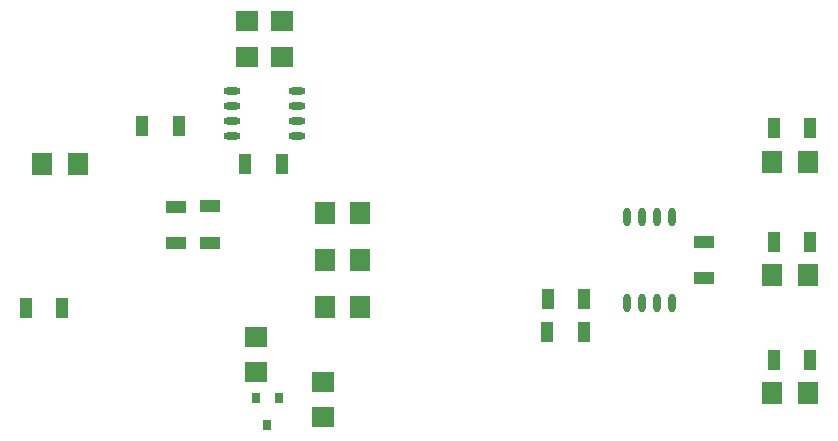
<source format=gbp>
G04*
G04 #@! TF.GenerationSoftware,Altium Limited,Altium Designer,23.1.1 (15)*
G04*
G04 Layer_Color=128*
%FSLAX44Y44*%
%MOMM*%
G71*
G04*
G04 #@! TF.SameCoordinates,9F4D0ECE-2CF4-41AA-81F9-B76AE3B11C26*
G04*
G04*
G04 #@! TF.FilePolarity,Positive*
G04*
G01*
G75*
%ADD19R,1.0000X1.8000*%
%ADD21R,1.8000X1.8400*%
%ADD56R,1.8400X1.8000*%
%ADD57O,1.4500X0.6000*%
%ADD58R,0.6500X0.9500*%
%ADD59R,1.8000X1.0000*%
%ADD60O,0.6000X1.5500*%
D19*
X322000Y427500D02*
D03*
X291000D02*
D03*
X476500Y549000D02*
D03*
X507500D02*
D03*
X732750Y435000D02*
D03*
X763750D02*
D03*
X732500Y406500D02*
D03*
X763500D02*
D03*
X924000Y383000D02*
D03*
X955000D02*
D03*
X924000Y483000D02*
D03*
X955000D02*
D03*
X924000Y580000D02*
D03*
X955000D02*
D03*
X389250Y581000D02*
D03*
X420250D02*
D03*
D21*
X923000Y355000D02*
D03*
X953000D02*
D03*
X923000Y455000D02*
D03*
X953000D02*
D03*
X923000Y551000D02*
D03*
X953000D02*
D03*
X544000Y508000D02*
D03*
X574000D02*
D03*
Y468000D02*
D03*
X544000D02*
D03*
X574000Y428000D02*
D03*
X544000D02*
D03*
X335000Y549000D02*
D03*
X305000D02*
D03*
D56*
X478500Y670000D02*
D03*
Y640000D02*
D03*
X542500Y334750D02*
D03*
Y364750D02*
D03*
X485750Y373000D02*
D03*
Y403000D02*
D03*
X508000Y670000D02*
D03*
Y640000D02*
D03*
D57*
X520250Y610550D02*
D03*
Y597850D02*
D03*
Y585150D02*
D03*
Y572450D02*
D03*
X465750Y610550D02*
D03*
Y597850D02*
D03*
Y585150D02*
D03*
Y572450D02*
D03*
D58*
X495500Y328250D02*
D03*
X505000Y351250D02*
D03*
X486000D02*
D03*
D59*
X447000Y482250D02*
D03*
Y513250D02*
D03*
X418000Y482000D02*
D03*
Y513000D02*
D03*
X865000Y452500D02*
D03*
Y483500D02*
D03*
D60*
X838050Y431500D02*
D03*
X825350D02*
D03*
X812650D02*
D03*
X799950D02*
D03*
X838050Y504500D02*
D03*
X825350D02*
D03*
X812650D02*
D03*
X799950D02*
D03*
M02*

</source>
